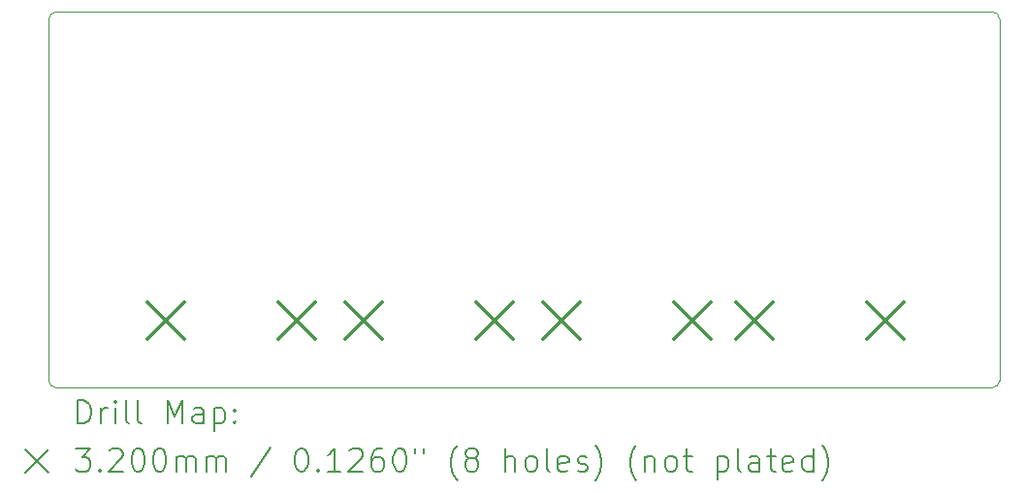
<source format=gbr>
%TF.GenerationSoftware,KiCad,Pcbnew,(6.0.11)*%
%TF.CreationDate,2024-01-05T21:54:57+00:00*%
%TF.ProjectId,RJ21_RJ45_4_LINE,524a3231-5f52-44a3-9435-5f345f4c494e,rev?*%
%TF.SameCoordinates,Original*%
%TF.FileFunction,Drillmap*%
%TF.FilePolarity,Positive*%
%FSLAX45Y45*%
G04 Gerber Fmt 4.5, Leading zero omitted, Abs format (unit mm)*
G04 Created by KiCad (PCBNEW (6.0.11)) date 2024-01-05 21:54:57*
%MOMM*%
%LPD*%
G01*
G04 APERTURE LIST*
%ADD10C,0.050000*%
%ADD11C,0.200000*%
%ADD12C,0.320000*%
G04 APERTURE END LIST*
D10*
X18966000Y-7228000D02*
X10787134Y-7227866D01*
X19027000Y-7167000D02*
X19028000Y-4006000D01*
X10726134Y-7166866D02*
G75*
G03*
X10787134Y-7227866I60997J-4D01*
G01*
X10726134Y-7166866D02*
X10727134Y-4006133D01*
X18967000Y-3945000D02*
X10788134Y-3945133D01*
X10788134Y-3945133D02*
G75*
G03*
X10727134Y-4006133I-4J-60997D01*
G01*
X18966000Y-7228000D02*
G75*
G03*
X19027000Y-7167000I0J61000D01*
G01*
X19028000Y-4006000D02*
G75*
G03*
X18967000Y-3945000I-61000J0D01*
G01*
D11*
D12*
X11585658Y-6485000D02*
X11905658Y-6805000D01*
X11905658Y-6485000D02*
X11585658Y-6805000D01*
X12728658Y-6485000D02*
X13048658Y-6805000D01*
X13048658Y-6485000D02*
X12728658Y-6805000D01*
X13313075Y-6485000D02*
X13633075Y-6805000D01*
X13633075Y-6485000D02*
X13313075Y-6805000D01*
X14456075Y-6485000D02*
X14776075Y-6805000D01*
X14776075Y-6485000D02*
X14456075Y-6805000D01*
X15040492Y-6485000D02*
X15360492Y-6805000D01*
X15360492Y-6485000D02*
X15040492Y-6805000D01*
X16183492Y-6485000D02*
X16503492Y-6805000D01*
X16503492Y-6485000D02*
X16183492Y-6805000D01*
X16728242Y-6485000D02*
X17048242Y-6805000D01*
X17048242Y-6485000D02*
X16728242Y-6805000D01*
X17871242Y-6485000D02*
X18191242Y-6805000D01*
X18191242Y-6485000D02*
X17871242Y-6805000D01*
D11*
X10981253Y-7540976D02*
X10981253Y-7340976D01*
X11028872Y-7340976D01*
X11057443Y-7350500D01*
X11076491Y-7369548D01*
X11086014Y-7388595D01*
X11095538Y-7426690D01*
X11095538Y-7455262D01*
X11086014Y-7493357D01*
X11076491Y-7512405D01*
X11057443Y-7531452D01*
X11028872Y-7540976D01*
X10981253Y-7540976D01*
X11181253Y-7540976D02*
X11181253Y-7407643D01*
X11181253Y-7445738D02*
X11190776Y-7426690D01*
X11200300Y-7417167D01*
X11219348Y-7407643D01*
X11238395Y-7407643D01*
X11305062Y-7540976D02*
X11305062Y-7407643D01*
X11305062Y-7340976D02*
X11295538Y-7350500D01*
X11305062Y-7360024D01*
X11314586Y-7350500D01*
X11305062Y-7340976D01*
X11305062Y-7360024D01*
X11428871Y-7540976D02*
X11409824Y-7531452D01*
X11400300Y-7512405D01*
X11400300Y-7340976D01*
X11533633Y-7540976D02*
X11514586Y-7531452D01*
X11505062Y-7512405D01*
X11505062Y-7340976D01*
X11762205Y-7540976D02*
X11762205Y-7340976D01*
X11828871Y-7483833D01*
X11895538Y-7340976D01*
X11895538Y-7540976D01*
X12076491Y-7540976D02*
X12076491Y-7436214D01*
X12066967Y-7417167D01*
X12047919Y-7407643D01*
X12009824Y-7407643D01*
X11990776Y-7417167D01*
X12076491Y-7531452D02*
X12057443Y-7540976D01*
X12009824Y-7540976D01*
X11990776Y-7531452D01*
X11981252Y-7512405D01*
X11981252Y-7493357D01*
X11990776Y-7474309D01*
X12009824Y-7464786D01*
X12057443Y-7464786D01*
X12076491Y-7455262D01*
X12171729Y-7407643D02*
X12171729Y-7607643D01*
X12171729Y-7417167D02*
X12190776Y-7407643D01*
X12228871Y-7407643D01*
X12247919Y-7417167D01*
X12257443Y-7426690D01*
X12266967Y-7445738D01*
X12266967Y-7502881D01*
X12257443Y-7521928D01*
X12247919Y-7531452D01*
X12228871Y-7540976D01*
X12190776Y-7540976D01*
X12171729Y-7531452D01*
X12352681Y-7521928D02*
X12362205Y-7531452D01*
X12352681Y-7540976D01*
X12343157Y-7531452D01*
X12352681Y-7521928D01*
X12352681Y-7540976D01*
X12352681Y-7417167D02*
X12362205Y-7426690D01*
X12352681Y-7436214D01*
X12343157Y-7426690D01*
X12352681Y-7417167D01*
X12352681Y-7436214D01*
X10523634Y-7770500D02*
X10723634Y-7970500D01*
X10723634Y-7770500D02*
X10523634Y-7970500D01*
X10962205Y-7760976D02*
X11086014Y-7760976D01*
X11019348Y-7837167D01*
X11047919Y-7837167D01*
X11066967Y-7846690D01*
X11076491Y-7856214D01*
X11086014Y-7875262D01*
X11086014Y-7922881D01*
X11076491Y-7941928D01*
X11066967Y-7951452D01*
X11047919Y-7960976D01*
X10990776Y-7960976D01*
X10971729Y-7951452D01*
X10962205Y-7941928D01*
X11171729Y-7941928D02*
X11181253Y-7951452D01*
X11171729Y-7960976D01*
X11162205Y-7951452D01*
X11171729Y-7941928D01*
X11171729Y-7960976D01*
X11257443Y-7780024D02*
X11266967Y-7770500D01*
X11286014Y-7760976D01*
X11333633Y-7760976D01*
X11352681Y-7770500D01*
X11362205Y-7780024D01*
X11371729Y-7799071D01*
X11371729Y-7818119D01*
X11362205Y-7846690D01*
X11247919Y-7960976D01*
X11371729Y-7960976D01*
X11495538Y-7760976D02*
X11514586Y-7760976D01*
X11533633Y-7770500D01*
X11543157Y-7780024D01*
X11552681Y-7799071D01*
X11562205Y-7837167D01*
X11562205Y-7884786D01*
X11552681Y-7922881D01*
X11543157Y-7941928D01*
X11533633Y-7951452D01*
X11514586Y-7960976D01*
X11495538Y-7960976D01*
X11476491Y-7951452D01*
X11466967Y-7941928D01*
X11457443Y-7922881D01*
X11447919Y-7884786D01*
X11447919Y-7837167D01*
X11457443Y-7799071D01*
X11466967Y-7780024D01*
X11476491Y-7770500D01*
X11495538Y-7760976D01*
X11686014Y-7760976D02*
X11705062Y-7760976D01*
X11724110Y-7770500D01*
X11733633Y-7780024D01*
X11743157Y-7799071D01*
X11752681Y-7837167D01*
X11752681Y-7884786D01*
X11743157Y-7922881D01*
X11733633Y-7941928D01*
X11724110Y-7951452D01*
X11705062Y-7960976D01*
X11686014Y-7960976D01*
X11666967Y-7951452D01*
X11657443Y-7941928D01*
X11647919Y-7922881D01*
X11638395Y-7884786D01*
X11638395Y-7837167D01*
X11647919Y-7799071D01*
X11657443Y-7780024D01*
X11666967Y-7770500D01*
X11686014Y-7760976D01*
X11838395Y-7960976D02*
X11838395Y-7827643D01*
X11838395Y-7846690D02*
X11847919Y-7837167D01*
X11866967Y-7827643D01*
X11895538Y-7827643D01*
X11914586Y-7837167D01*
X11924110Y-7856214D01*
X11924110Y-7960976D01*
X11924110Y-7856214D02*
X11933633Y-7837167D01*
X11952681Y-7827643D01*
X11981252Y-7827643D01*
X12000300Y-7837167D01*
X12009824Y-7856214D01*
X12009824Y-7960976D01*
X12105062Y-7960976D02*
X12105062Y-7827643D01*
X12105062Y-7846690D02*
X12114586Y-7837167D01*
X12133633Y-7827643D01*
X12162205Y-7827643D01*
X12181252Y-7837167D01*
X12190776Y-7856214D01*
X12190776Y-7960976D01*
X12190776Y-7856214D02*
X12200300Y-7837167D01*
X12219348Y-7827643D01*
X12247919Y-7827643D01*
X12266967Y-7837167D01*
X12276491Y-7856214D01*
X12276491Y-7960976D01*
X12666967Y-7751452D02*
X12495538Y-8008595D01*
X12924110Y-7760976D02*
X12943157Y-7760976D01*
X12962205Y-7770500D01*
X12971729Y-7780024D01*
X12981252Y-7799071D01*
X12990776Y-7837167D01*
X12990776Y-7884786D01*
X12981252Y-7922881D01*
X12971729Y-7941928D01*
X12962205Y-7951452D01*
X12943157Y-7960976D01*
X12924110Y-7960976D01*
X12905062Y-7951452D01*
X12895538Y-7941928D01*
X12886014Y-7922881D01*
X12876491Y-7884786D01*
X12876491Y-7837167D01*
X12886014Y-7799071D01*
X12895538Y-7780024D01*
X12905062Y-7770500D01*
X12924110Y-7760976D01*
X13076491Y-7941928D02*
X13086014Y-7951452D01*
X13076491Y-7960976D01*
X13066967Y-7951452D01*
X13076491Y-7941928D01*
X13076491Y-7960976D01*
X13276491Y-7960976D02*
X13162205Y-7960976D01*
X13219348Y-7960976D02*
X13219348Y-7760976D01*
X13200300Y-7789548D01*
X13181252Y-7808595D01*
X13162205Y-7818119D01*
X13352681Y-7780024D02*
X13362205Y-7770500D01*
X13381252Y-7760976D01*
X13428871Y-7760976D01*
X13447919Y-7770500D01*
X13457443Y-7780024D01*
X13466967Y-7799071D01*
X13466967Y-7818119D01*
X13457443Y-7846690D01*
X13343157Y-7960976D01*
X13466967Y-7960976D01*
X13638395Y-7760976D02*
X13600300Y-7760976D01*
X13581252Y-7770500D01*
X13571729Y-7780024D01*
X13552681Y-7808595D01*
X13543157Y-7846690D01*
X13543157Y-7922881D01*
X13552681Y-7941928D01*
X13562205Y-7951452D01*
X13581252Y-7960976D01*
X13619348Y-7960976D01*
X13638395Y-7951452D01*
X13647919Y-7941928D01*
X13657443Y-7922881D01*
X13657443Y-7875262D01*
X13647919Y-7856214D01*
X13638395Y-7846690D01*
X13619348Y-7837167D01*
X13581252Y-7837167D01*
X13562205Y-7846690D01*
X13552681Y-7856214D01*
X13543157Y-7875262D01*
X13781252Y-7760976D02*
X13800300Y-7760976D01*
X13819348Y-7770500D01*
X13828871Y-7780024D01*
X13838395Y-7799071D01*
X13847919Y-7837167D01*
X13847919Y-7884786D01*
X13838395Y-7922881D01*
X13828871Y-7941928D01*
X13819348Y-7951452D01*
X13800300Y-7960976D01*
X13781252Y-7960976D01*
X13762205Y-7951452D01*
X13752681Y-7941928D01*
X13743157Y-7922881D01*
X13733633Y-7884786D01*
X13733633Y-7837167D01*
X13743157Y-7799071D01*
X13752681Y-7780024D01*
X13762205Y-7770500D01*
X13781252Y-7760976D01*
X13924110Y-7760976D02*
X13924110Y-7799071D01*
X14000300Y-7760976D02*
X14000300Y-7799071D01*
X14295538Y-8037167D02*
X14286014Y-8027643D01*
X14266967Y-7999071D01*
X14257443Y-7980024D01*
X14247919Y-7951452D01*
X14238395Y-7903833D01*
X14238395Y-7865738D01*
X14247919Y-7818119D01*
X14257443Y-7789548D01*
X14266967Y-7770500D01*
X14286014Y-7741928D01*
X14295538Y-7732405D01*
X14400300Y-7846690D02*
X14381252Y-7837167D01*
X14371729Y-7827643D01*
X14362205Y-7808595D01*
X14362205Y-7799071D01*
X14371729Y-7780024D01*
X14381252Y-7770500D01*
X14400300Y-7760976D01*
X14438395Y-7760976D01*
X14457443Y-7770500D01*
X14466967Y-7780024D01*
X14476491Y-7799071D01*
X14476491Y-7808595D01*
X14466967Y-7827643D01*
X14457443Y-7837167D01*
X14438395Y-7846690D01*
X14400300Y-7846690D01*
X14381252Y-7856214D01*
X14371729Y-7865738D01*
X14362205Y-7884786D01*
X14362205Y-7922881D01*
X14371729Y-7941928D01*
X14381252Y-7951452D01*
X14400300Y-7960976D01*
X14438395Y-7960976D01*
X14457443Y-7951452D01*
X14466967Y-7941928D01*
X14476491Y-7922881D01*
X14476491Y-7884786D01*
X14466967Y-7865738D01*
X14457443Y-7856214D01*
X14438395Y-7846690D01*
X14714586Y-7960976D02*
X14714586Y-7760976D01*
X14800300Y-7960976D02*
X14800300Y-7856214D01*
X14790776Y-7837167D01*
X14771729Y-7827643D01*
X14743157Y-7827643D01*
X14724110Y-7837167D01*
X14714586Y-7846690D01*
X14924110Y-7960976D02*
X14905062Y-7951452D01*
X14895538Y-7941928D01*
X14886014Y-7922881D01*
X14886014Y-7865738D01*
X14895538Y-7846690D01*
X14905062Y-7837167D01*
X14924110Y-7827643D01*
X14952681Y-7827643D01*
X14971729Y-7837167D01*
X14981252Y-7846690D01*
X14990776Y-7865738D01*
X14990776Y-7922881D01*
X14981252Y-7941928D01*
X14971729Y-7951452D01*
X14952681Y-7960976D01*
X14924110Y-7960976D01*
X15105062Y-7960976D02*
X15086014Y-7951452D01*
X15076491Y-7932405D01*
X15076491Y-7760976D01*
X15257443Y-7951452D02*
X15238395Y-7960976D01*
X15200300Y-7960976D01*
X15181252Y-7951452D01*
X15171729Y-7932405D01*
X15171729Y-7856214D01*
X15181252Y-7837167D01*
X15200300Y-7827643D01*
X15238395Y-7827643D01*
X15257443Y-7837167D01*
X15266967Y-7856214D01*
X15266967Y-7875262D01*
X15171729Y-7894309D01*
X15343157Y-7951452D02*
X15362205Y-7960976D01*
X15400300Y-7960976D01*
X15419348Y-7951452D01*
X15428871Y-7932405D01*
X15428871Y-7922881D01*
X15419348Y-7903833D01*
X15400300Y-7894309D01*
X15371729Y-7894309D01*
X15352681Y-7884786D01*
X15343157Y-7865738D01*
X15343157Y-7856214D01*
X15352681Y-7837167D01*
X15371729Y-7827643D01*
X15400300Y-7827643D01*
X15419348Y-7837167D01*
X15495538Y-8037167D02*
X15505062Y-8027643D01*
X15524110Y-7999071D01*
X15533633Y-7980024D01*
X15543157Y-7951452D01*
X15552681Y-7903833D01*
X15552681Y-7865738D01*
X15543157Y-7818119D01*
X15533633Y-7789548D01*
X15524110Y-7770500D01*
X15505062Y-7741928D01*
X15495538Y-7732405D01*
X15857443Y-8037167D02*
X15847919Y-8027643D01*
X15828871Y-7999071D01*
X15819348Y-7980024D01*
X15809824Y-7951452D01*
X15800300Y-7903833D01*
X15800300Y-7865738D01*
X15809824Y-7818119D01*
X15819348Y-7789548D01*
X15828871Y-7770500D01*
X15847919Y-7741928D01*
X15857443Y-7732405D01*
X15933633Y-7827643D02*
X15933633Y-7960976D01*
X15933633Y-7846690D02*
X15943157Y-7837167D01*
X15962205Y-7827643D01*
X15990776Y-7827643D01*
X16009824Y-7837167D01*
X16019348Y-7856214D01*
X16019348Y-7960976D01*
X16143157Y-7960976D02*
X16124110Y-7951452D01*
X16114586Y-7941928D01*
X16105062Y-7922881D01*
X16105062Y-7865738D01*
X16114586Y-7846690D01*
X16124110Y-7837167D01*
X16143157Y-7827643D01*
X16171729Y-7827643D01*
X16190776Y-7837167D01*
X16200300Y-7846690D01*
X16209824Y-7865738D01*
X16209824Y-7922881D01*
X16200300Y-7941928D01*
X16190776Y-7951452D01*
X16171729Y-7960976D01*
X16143157Y-7960976D01*
X16266967Y-7827643D02*
X16343157Y-7827643D01*
X16295538Y-7760976D02*
X16295538Y-7932405D01*
X16305062Y-7951452D01*
X16324110Y-7960976D01*
X16343157Y-7960976D01*
X16562205Y-7827643D02*
X16562205Y-8027643D01*
X16562205Y-7837167D02*
X16581252Y-7827643D01*
X16619348Y-7827643D01*
X16638395Y-7837167D01*
X16647919Y-7846690D01*
X16657443Y-7865738D01*
X16657443Y-7922881D01*
X16647919Y-7941928D01*
X16638395Y-7951452D01*
X16619348Y-7960976D01*
X16581252Y-7960976D01*
X16562205Y-7951452D01*
X16771729Y-7960976D02*
X16752681Y-7951452D01*
X16743157Y-7932405D01*
X16743157Y-7760976D01*
X16933633Y-7960976D02*
X16933633Y-7856214D01*
X16924110Y-7837167D01*
X16905062Y-7827643D01*
X16866967Y-7827643D01*
X16847919Y-7837167D01*
X16933633Y-7951452D02*
X16914586Y-7960976D01*
X16866967Y-7960976D01*
X16847919Y-7951452D01*
X16838395Y-7932405D01*
X16838395Y-7913357D01*
X16847919Y-7894309D01*
X16866967Y-7884786D01*
X16914586Y-7884786D01*
X16933633Y-7875262D01*
X17000300Y-7827643D02*
X17076491Y-7827643D01*
X17028872Y-7760976D02*
X17028872Y-7932405D01*
X17038395Y-7951452D01*
X17057443Y-7960976D01*
X17076491Y-7960976D01*
X17219348Y-7951452D02*
X17200300Y-7960976D01*
X17162205Y-7960976D01*
X17143157Y-7951452D01*
X17133633Y-7932405D01*
X17133633Y-7856214D01*
X17143157Y-7837167D01*
X17162205Y-7827643D01*
X17200300Y-7827643D01*
X17219348Y-7837167D01*
X17228872Y-7856214D01*
X17228872Y-7875262D01*
X17133633Y-7894309D01*
X17400300Y-7960976D02*
X17400300Y-7760976D01*
X17400300Y-7951452D02*
X17381253Y-7960976D01*
X17343157Y-7960976D01*
X17324110Y-7951452D01*
X17314586Y-7941928D01*
X17305062Y-7922881D01*
X17305062Y-7865738D01*
X17314586Y-7846690D01*
X17324110Y-7837167D01*
X17343157Y-7827643D01*
X17381253Y-7827643D01*
X17400300Y-7837167D01*
X17476491Y-8037167D02*
X17486014Y-8027643D01*
X17505062Y-7999071D01*
X17514586Y-7980024D01*
X17524110Y-7951452D01*
X17533633Y-7903833D01*
X17533633Y-7865738D01*
X17524110Y-7818119D01*
X17514586Y-7789548D01*
X17505062Y-7770500D01*
X17486014Y-7741928D01*
X17476491Y-7732405D01*
M02*

</source>
